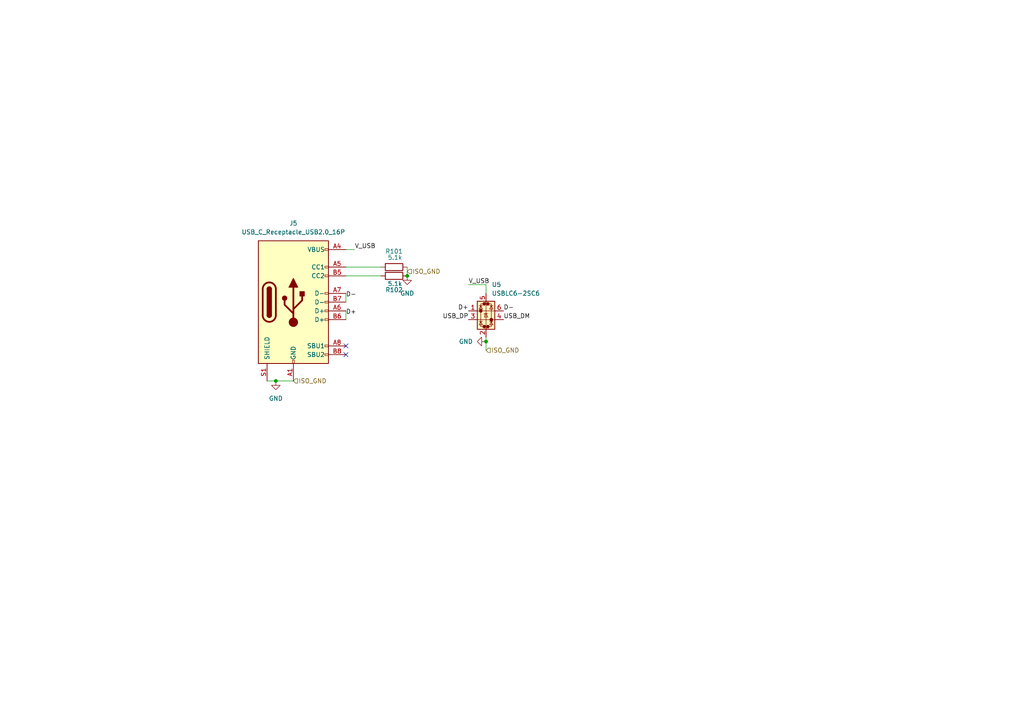
<source format=kicad_sch>
(kicad_sch (version 20231120) (generator "eeschema") (generator_version "8.0")
  (paper "A4")
  (lib_symbols
    (symbol "Connector:USB_C_Receptacle_USB2.0_16P" (pin_names (offset 1.016))
      (property "Reference" "J" (at 0 22.225 0))
      (property "Value" "USB_C_Receptacle_USB2.0_16P" (at 0 19.685 0))
      (symbol "USB_C_Receptacle_USB2.0_16P_0_0"
        (rectangle (start -0.254 -17.78) (end 0.254 -16.764))
        (rectangle (start 10.16 -14.986) (end 9.144 -15.494))
        (rectangle (start 10.16 -12.446) (end 9.144 -12.954))
        (rectangle (start 10.16 -4.826) (end 9.144 -5.334))
        (rectangle (start 10.16 -2.286) (end 9.144 -2.794))
        (rectangle (start 10.16 0.254) (end 9.144 -0.254))
        (rectangle (start 10.16 2.794) (end 9.144 2.286))
        (rectangle (start 10.16 7.874) (end 9.144 7.366))
        (rectangle (start 10.16 10.414) (end 9.144 9.906))
        (rectangle (start 10.16 15.494) (end 9.144 14.986))
      )
      (symbol "USB_C_Receptacle_USB2.0_16P_0_1"
        (rectangle (start -10.16 17.78) (end 10.16 -17.78) (stroke (width 0.254)) (fill (type background)))
        (arc (start -8.89 -3.81) (mid -6.985 -5.7067) (end -5.08 -3.81) (stroke (width 0.508)))
        (arc (start -7.62 -3.81) (mid -6.985 -4.4423) (end -6.35 -3.81) (stroke (width 0.254)))
        (arc (start -7.62 -3.81) (mid -6.985 -4.4423) (end -6.35 -3.81) (stroke (width 0.254)) (fill (type outline)))
        (rectangle (start -7.62 -3.81) (end -6.35 3.81) (stroke (width 0.254)) (fill (type outline)))
        (arc (start -6.35 3.81) (mid -6.985 4.4423) (end -7.62 3.81) (stroke (width 0.254)))
        (arc (start -6.35 3.81) (mid -6.985 4.4423) (end -7.62 3.81) (stroke (width 0.254)) (fill (type outline)))
        (arc (start -5.08 3.81) (mid -6.985 5.7067) (end -8.89 3.81) (stroke (width 0.508)))
        (circle (center -2.54 1.143) (radius 0.635) (stroke (width 0.254)) (fill (type outline)))
        (circle (center 0 -5.842) (radius 1.27) (fill (type outline)))
        (polyline (pts (xy -8.89 -3.81) (xy -8.89 3.81)) (stroke (width 0.508)))
        (polyline (pts (xy -5.08 3.81) (xy -5.08 -3.81)) (stroke (width 0.508)))
        (polyline (pts (xy 0 -5.842) (xy 0 4.318)) (stroke (width 0.508)))
        (polyline (pts (xy 0 -3.302) (xy -2.54 -0.762) (xy -2.54 0.508)) (stroke (width 0.508)))
        (polyline (pts (xy 0 -2.032) (xy 2.54 0.508) (xy 2.54 1.778)) (stroke (width 0.508)))
        (polyline (pts (xy -1.27 4.318) (xy 0 6.858) (xy 1.27 4.318) (xy -1.27 4.318)) (stroke (width 0.254)) (fill (type outline)))
        (rectangle (start 1.905 1.778) (end 3.175 3.048) (stroke (width 0.254)) (fill (type outline)))
      )
      (symbol "USB_C_Receptacle_USB2.0_16P_1_1"
        (pin passive line (at 0 -22.86 90) (length 5.08) (name "GND") (number "A1"))
        (pin passive line (at 0 -22.86 90) (length 5.08) hide (name "GND") (number "A12"))
        (pin passive line (at 15.24 15.24 180) (length 5.08) (name "VBUS") (number "A4"))
        (pin bidirectional line (at 15.24 10.16 180) (length 5.08) (name "CC1") (number "A5"))
        (pin bidirectional line (at 15.24 -2.54 180) (length 5.08) (name "D+") (number "A6"))
        (pin bidirectional line (at 15.24 2.54 180) (length 5.08) (name "D-") (number "A7"))
        (pin bidirectional line (at 15.24 -12.7 180) (length 5.08) (name "SBU1") (number "A8"))
        (pin passive line (at 15.24 15.24 180) (length 5.08) hide (name "VBUS") (number "A9"))
        (pin passive line (at 0 -22.86 90) (length 5.08) hide (name "GND") (number "B1"))
        (pin passive line (at 0 -22.86 90) (length 5.08) hide (name "GND") (number "B12"))
        (pin passive line (at 15.24 15.24 180) (length 5.08) hide (name "VBUS") (number "B4"))
        (pin bidirectional line (at 15.24 7.62 180) (length 5.08) (name "CC2") (number "B5"))
        (pin bidirectional line (at 15.24 -5.08 180) (length 5.08) (name "D+") (number "B6"))
        (pin bidirectional line (at 15.24 0 180) (length 5.08) (name "D-") (number "B7"))
        (pin bidirectional line (at 15.24 -15.24 180) (length 5.08) (name "SBU2") (number "B8"))
        (pin passive line (at 15.24 15.24 180) (length 5.08) hide (name "VBUS") (number "B9"))
        (pin passive line (at -7.62 -22.86 90) (length 5.08) (name "SHIELD") (number "S1"))
      )
    )
    (symbol "Device:R" (pin_numbers hide) (pin_names (offset 0))
      (property "Reference" "R" (at 2.032 0 90))
      (property "Value" "R" (at 0 0 90))
      (symbol "R_0_1"
        (rectangle (start -1.016 -2.54) (end 1.016 2.54) (stroke (width 0.254)))
      )
      (symbol "R_1_1"
        (pin passive line (at 0 3.81 270) (length 1.27) (name "~") (number "1"))
        (pin passive line (at 0 -3.81 90) (length 1.27) (name "~") (number "2"))
      )
    )
    (symbol "Power_Protection:USBLC6-2SC6" (pin_names hide)
      (property "Reference" "U" (at 0.635 5.715 0))
      (property "Value" "USBLC6-2SC6" (at 0.635 3.81 0))
      (symbol "USBLC6-2SC6_0_0"
        (circle (center -1.524 0) (radius 0.0001) (stroke (width 0.508)))
        (circle (center -0.508 -4.572) (radius 0.0001) (stroke (width 0.508)))
        (circle (center -0.508 2.032) (radius 0.0001) (stroke (width 0.508)))
        (circle (center 0.508 -4.572) (radius 0.0001) (stroke (width 0.508)))
        (circle (center 0.508 2.032) (radius 0.0001) (stroke (width 0.508)))
        (circle (center 1.524 -2.54) (radius 0.0001) (stroke (width 0.508)))
      )
      (symbol "USBLC6-2SC6_0_1"
        (polyline (pts (xy -2.54 -2.54) (xy 2.54 -2.54)))
        (polyline (pts (xy -2.54 0) (xy 2.54 0)))
        (polyline (pts (xy -2.032 -3.048) (xy -1.016 -3.048)))
        (polyline (pts (xy -1.016 1.524) (xy -2.032 1.524)))
        (polyline (pts (xy 1.016 -3.048) (xy 2.032 -3.048)))
        (polyline (pts (xy 1.016 1.524) (xy 2.032 1.524)))
        (polyline (pts (xy -0.508 -1.143) (xy -0.508 -0.762) (xy 0.508 -0.762)))
        (polyline (pts (xy -2.032 0.508) (xy -1.016 0.508) (xy -1.524 1.524) (xy -2.032 0.508)))
        (polyline (pts (xy -1.016 -4.064) (xy -2.032 -4.064) (xy -1.524 -3.048) (xy -1.016 -4.064)))
        (polyline (pts (xy 0.508 -1.778) (xy -0.508 -1.778) (xy 0 -0.762) (xy 0.508 -1.778)))
        (polyline (pts (xy 2.032 -4.064) (xy 1.016 -4.064) (xy 1.524 -3.048) (xy 2.032 -4.064)))
        (polyline (pts (xy 2.032 0.508) (xy 1.016 0.508) (xy 1.524 1.524) (xy 2.032 0.508)))
        (polyline (pts (xy 0 2.54) (xy -0.508 2.032) (xy 0.508 2.032) (xy 0 1.524) (xy 0 -4.064) (xy -0.508 -4.572) (xy 0.508 -4.572) (xy 0 -5.08)))
      )
      (symbol "USBLC6-2SC6_1_1"
        (rectangle (start -2.54 2.794) (end 2.54 -5.334) (stroke (width 0.254)) (fill (type background)))
        (polyline (pts (xy -0.508 2.032) (xy -1.524 2.032) (xy -1.524 -4.572) (xy -0.508 -4.572)))
        (polyline (pts (xy 0.508 -4.572) (xy 1.524 -4.572) (xy 1.524 2.032) (xy 0.508 2.032)))
        (pin passive line (at -5.08 0 0) (length 2.54) (name "I/O1") (number "1"))
        (pin passive line (at 0 -7.62 90) (length 2.54) (name "GND") (number "2"))
        (pin passive line (at -5.08 -2.54 0) (length 2.54) (name "I/O2") (number "3"))
        (pin passive line (at 5.08 -2.54 180) (length 2.54) (name "I/O2") (number "4"))
        (pin passive line (at 0 5.08 270) (length 2.54) (name "VBUS") (number "5"))
        (pin passive line (at 5.08 0 180) (length 2.54) (name "I/O1") (number "6"))
      )
    )
    (symbol "power:GND" (power) (pin_numbers hide) (pin_names (offset 0) hide)
      (property "Value" "GND" (at 0 -3.81 0))
      (symbol "GND_0_1"
        (polyline (pts (xy 0 0) (xy 0 -1.27) (xy 1.27 -1.27) (xy 0 -2.54) (xy -1.27 -1.27) (xy 0 -1.27)))
      )
      (symbol "GND_1_1"
        (pin power_in line (at 0 0 270) (length 0) (name "~") (number "1"))
      )
    )
  )
  (junction (at 140.97 99.06))
  (junction (at 118.11 80.01))
  (junction (at 80.01 110.49))
  (no_connect (at 100.33 102.87))
  (no_connect (at 100.33 100.33))
  (wire (pts (xy 100.33 90.17) (xy 100.33 92.71)))
  (wire (pts (xy 140.97 85.09) (xy 140.97 82.55)))
  (wire (pts (xy 100.33 77.47) (xy 110.49 77.47)))
  (wire (pts (xy 140.97 99.06) (xy 140.97 101.6)))
  (wire (pts (xy 100.33 72.39) (xy 102.87 72.39)))
  (wire (pts (xy 118.11 77.47) (xy 118.11 80.01)))
  (wire (pts (xy 80.01 110.49) (xy 85.09 110.49)))
  (wire (pts (xy 135.89 82.55) (xy 140.97 82.55)))
  (wire (pts (xy 100.33 85.09) (xy 100.33 87.63)))
  (wire (pts (xy 77.47 110.49) (xy 80.01 110.49)))
  (wire (pts (xy 140.97 97.79) (xy 140.97 99.06)))
  (wire (pts (xy 100.33 80.01) (xy 110.49 80.01)))
  (label "V_USB" (at 135.89 82.55 0))
  (label "USB_DP" (at 135.89 92.71 180))
  (label "D-" (at 100.33 86.36 0))
  (label "D-" (at 146.05 90.17 0))
  (label "D+" (at 135.89 90.17 180))
  (label "USB_DM" (at 146.05 92.71 0))
  (label "D+" (at 100.33 91.44 0))
  (label "V_USB" (at 102.87 72.39 0))
  (hierarchical_label "ISO_GND" (shape input) (at 118.11 78.74 0))
  (hierarchical_label "ISO_GND" (shape input) (at 140.97 101.6 0))
  (hierarchical_label "ISO_GND" (shape input) (at 85.09 110.49 0))
  (symbol (lib_id "power:GND") (at 140.97 99.06 270) (unit 1)
    (property "Reference" "#PWR0403" (effects (hide yes)))
    (property "Value" "GND" (at 137.16 99.0599 90) (effects (justify right)))
    (property "Description" "Power symbol creates a global label with name \"GND\" , ground" (effects (hide yes)))
  )
  (symbol (lib_id "Power_Protection:USBLC6-2SC6") (at 140.97 90.17 0) (unit 1)
    (property "Reference" "U5" (at 142.6211 82.55 0) (effects (justify left)))
    (property "Value" "USBLC6-2SC6" (at 142.6211 85.09 0) (effects (justify left)))
    (property "Footprint" "Package_TO_SOT_SMD:SOT-23-6" (effects (hide yes)))
    (property "Datasheet" "https://www.st.com/resource/en/datasheet/usblc6-2.pdf" (effects (hide yes)))
    (property "Description" "Very low capacitance ESD protection diode, 2 data-line, SOT-23-6" (effects (hide yes)))
  )
  (symbol (lib_id "power:GND") (at 118.11 80.01 0) (unit 1)
    (property "Reference" "#PWR0402" (effects (hide yes)))
    (property "Value" "GND" (at 118.11 85.09 0))
    (property "Description" "Power symbol creates a global label with name \"GND\" , ground" (effects (hide yes)))
  )
  (symbol (lib_id "Device:R") (at 114.3 80.01 90) (unit 1)
    (property "Reference" "R102" (at 114.3 84.074 90))
    (property "Value" "5.1k" (at 114.554 82.296 90))
    (property "Footprint" "Resistor_SMD:R_0402_1005Metric" (effects (hide yes)))
    (property "Description" "Resistor" (effects (hide yes)))
  )
  (symbol (lib_id "Connector:USB_C_Receptacle_USB2.0_16P") (at 85.09 87.63 0) (unit 1)
    (property "Reference" "J5" (at 85.09 64.77 0))
    (property "Value" "USB_C_Receptacle_USB2.0_16P" (at 85.09 67.31 0))
    (property "Footprint" "Connector_USB:USB_C_Receptacle_HRO_TYPE-C-31-M-12" (effects (hide yes)))
    (property "Datasheet" "https://www.usb.org/sites/default/files/documents/usb_type-c.zip" (effects (hide yes)))
    (property "Description" "USB 2.0-only 16P Type-C Receptacle connector" (effects (hide yes)))
  )
  (symbol (lib_id "Device:R") (at 114.3 77.47 90) (unit 1)
    (property "Reference" "R101" (at 114.3 72.898 90))
    (property "Value" "5.1k" (at 114.554 74.676 90))
    (property "Footprint" "Resistor_SMD:R_0402_1005Metric" (effects (hide yes)))
    (property "Description" "Resistor" (effects (hide yes)))
  )
  (symbol (lib_id "power:GND") (at 80.01 110.49 0) (unit 1)
    (property "Reference" "#PWR0401" (effects (hide yes)))
    (property "Value" "GND" (at 80.01 115.57 0))
    (property "Description" "Power symbol creates a global label with name \"GND\" , ground" (effects (hide yes)))
  )
)
</source>
